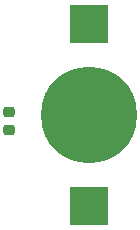
<source format=gbr>
G04 #@! TF.GenerationSoftware,KiCad,Pcbnew,8.0.3*
G04 #@! TF.CreationDate,2024-06-26T11:29:34-05:00*
G04 #@! TF.ProjectId,Bald Sense Wing v3,42616c64-2053-4656-9e73-652057696e67,rev?*
G04 #@! TF.SameCoordinates,Original*
G04 #@! TF.FileFunction,Paste,Bot*
G04 #@! TF.FilePolarity,Positive*
%FSLAX46Y46*%
G04 Gerber Fmt 4.6, Leading zero omitted, Abs format (unit mm)*
G04 Created by KiCad (PCBNEW 8.0.3) date 2024-06-26 11:29:34*
%MOMM*%
%LPD*%
G01*
G04 APERTURE LIST*
G04 Aperture macros list*
%AMRoundRect*
0 Rectangle with rounded corners*
0 $1 Rounding radius*
0 $2 $3 $4 $5 $6 $7 $8 $9 X,Y pos of 4 corners*
0 Add a 4 corners polygon primitive as box body*
4,1,4,$2,$3,$4,$5,$6,$7,$8,$9,$2,$3,0*
0 Add four circle primitives for the rounded corners*
1,1,$1+$1,$2,$3*
1,1,$1+$1,$4,$5*
1,1,$1+$1,$6,$7*
1,1,$1+$1,$8,$9*
0 Add four rect primitives between the rounded corners*
20,1,$1+$1,$2,$3,$4,$5,0*
20,1,$1+$1,$4,$5,$6,$7,0*
20,1,$1+$1,$6,$7,$8,$9,0*
20,1,$1+$1,$8,$9,$2,$3,0*%
G04 Aperture macros list end*
%ADD10RoundRect,0.225000X0.250000X-0.225000X0.250000X0.225000X-0.250000X0.225000X-0.250000X-0.225000X0*%
%ADD11R,3.200000X3.200000*%
%ADD12C,8.130000*%
G04 APERTURE END LIST*
D10*
X29464000Y-36792200D03*
X29464000Y-35242200D03*
D11*
X36245800Y-43153400D03*
X36245800Y-27763400D03*
D12*
X36245800Y-35458400D03*
M02*

</source>
